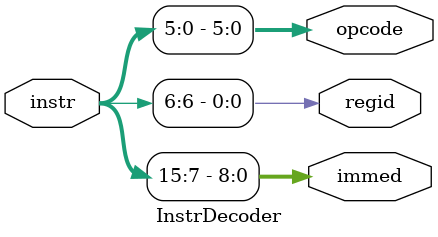
<source format=v>
module InstrDecoder(
    input [15:0] instr,
    output wire [8:0] immed,
    output wire regid,
    output wire [5:0] opcode
);

    assign immed = instr[15:7]; // First 9 bits for immediate
    assign regid = instr[6];    // 1 bit for register id
    assign opcode = instr[5:0]; // Remaining 6 bits for opcode

endmodule
</source>
